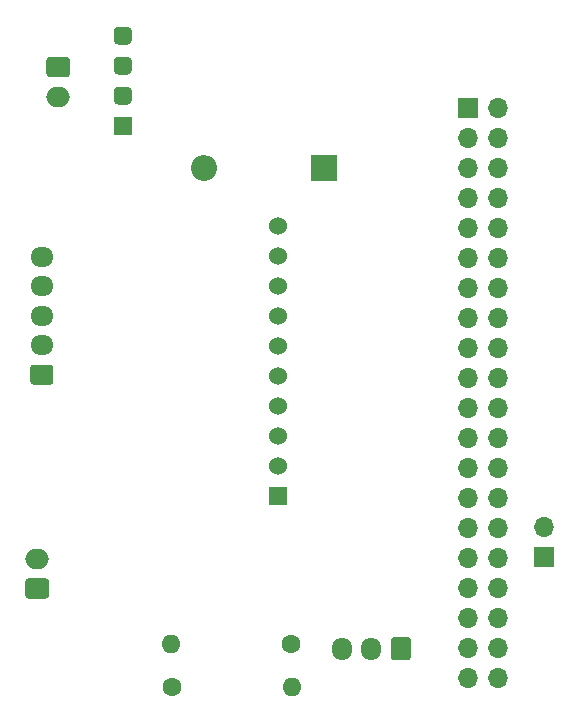
<source format=gbr>
%TF.GenerationSoftware,KiCad,Pcbnew,(5.1.8-0-10_14)*%
%TF.CreationDate,2022-01-03T16:00:17-05:00*%
%TF.ProjectId,PiHatPro,50694861-7450-4726-9f2e-6b696361645f,rev?*%
%TF.SameCoordinates,PX9b0780PY44cb540*%
%TF.FileFunction,Soldermask,Bot*%
%TF.FilePolarity,Negative*%
%FSLAX46Y46*%
G04 Gerber Fmt 4.6, Leading zero omitted, Abs format (unit mm)*
G04 Created by KiCad (PCBNEW (5.1.8-0-10_14)) date 2022-01-03 16:00:17*
%MOMM*%
%LPD*%
G01*
G04 APERTURE LIST*
%ADD10C,1.524000*%
%ADD11R,1.524000X1.524000*%
%ADD12O,1.950000X1.700000*%
%ADD13O,1.700000X1.700000*%
%ADD14R,1.700000X1.700000*%
%ADD15O,1.600000X1.600000*%
%ADD16C,1.600000*%
%ADD17O,1.700000X1.950000*%
%ADD18O,2.000000X1.700000*%
%ADD19O,2.200000X2.200000*%
%ADD20R,2.200000X2.200000*%
G04 APERTURE END LIST*
D10*
%TO.C,U2*%
X24700000Y41280000D03*
X24700000Y38740000D03*
X24700000Y36200000D03*
X24700000Y33660000D03*
X24700000Y31120000D03*
X24700000Y28580000D03*
X24700000Y26040000D03*
X24700000Y23500000D03*
X24700000Y20960000D03*
D11*
X24700000Y18420000D03*
%TD*%
D12*
%TO.C,J4*%
X4700000Y38700000D03*
X4700000Y36200000D03*
X4700000Y33700000D03*
X4700000Y31200000D03*
G36*
G01*
X5425000Y27850000D02*
X3975000Y27850000D01*
G75*
G02*
X3725000Y28100000I0J250000D01*
G01*
X3725000Y29300000D01*
G75*
G02*
X3975000Y29550000I250000J0D01*
G01*
X5425000Y29550000D01*
G75*
G02*
X5675000Y29300000I0J-250000D01*
G01*
X5675000Y28100000D01*
G75*
G02*
X5425000Y27850000I-250000J0D01*
G01*
G37*
%TD*%
D13*
%TO.C,J9*%
X47250000Y15790000D03*
D14*
X47250000Y13250000D03*
%TD*%
D15*
%TO.C,R2*%
X25860000Y2300000D03*
D16*
X15700000Y2300000D03*
%TD*%
D15*
%TO.C,R1*%
X15640000Y5900000D03*
D16*
X25800000Y5900000D03*
%TD*%
D17*
%TO.C,J5*%
X30100000Y5500000D03*
X32600000Y5500000D03*
G36*
G01*
X35950000Y6225000D02*
X35950000Y4775000D01*
G75*
G02*
X35700000Y4525000I-250000J0D01*
G01*
X34500000Y4525000D01*
G75*
G02*
X34250000Y4775000I0J250000D01*
G01*
X34250000Y6225000D01*
G75*
G02*
X34500000Y6475000I250000J0D01*
G01*
X35700000Y6475000D01*
G75*
G02*
X35950000Y6225000I0J-250000D01*
G01*
G37*
%TD*%
D13*
%TO.C,J1*%
X43290000Y2990000D03*
X40750000Y2990000D03*
X43290000Y5530000D03*
X40750000Y5530000D03*
X43290000Y8070000D03*
X40750000Y8070000D03*
X43290000Y10610000D03*
X40750000Y10610000D03*
X43290000Y13150000D03*
X40750000Y13150000D03*
X43290000Y15690000D03*
X40750000Y15690000D03*
X43290000Y18230000D03*
X40750000Y18230000D03*
X43290000Y20770000D03*
X40750000Y20770000D03*
X43290000Y23310000D03*
X40750000Y23310000D03*
X43290000Y25850000D03*
X40750000Y25850000D03*
X43290000Y28390000D03*
X40750000Y28390000D03*
X43290000Y30930000D03*
X40750000Y30930000D03*
X43290000Y33470000D03*
X40750000Y33470000D03*
X43290000Y36010000D03*
X40750000Y36010000D03*
X43290000Y38550000D03*
X40750000Y38550000D03*
X43290000Y41090000D03*
X40750000Y41090000D03*
X43290000Y43630000D03*
X40750000Y43630000D03*
X43290000Y46170000D03*
X40750000Y46170000D03*
X43290000Y48710000D03*
X40750000Y48710000D03*
X43290000Y51250000D03*
D14*
X40750000Y51250000D03*
%TD*%
D18*
%TO.C,J3*%
X4300000Y13100000D03*
G36*
G01*
X5050000Y9750000D02*
X3550000Y9750000D01*
G75*
G02*
X3300000Y10000000I0J250000D01*
G01*
X3300000Y11200000D01*
G75*
G02*
X3550000Y11450000I250000J0D01*
G01*
X5050000Y11450000D01*
G75*
G02*
X5300000Y11200000I0J-250000D01*
G01*
X5300000Y10000000D01*
G75*
G02*
X5050000Y9750000I-250000J0D01*
G01*
G37*
%TD*%
%TO.C,U1*%
G36*
G01*
X11931000Y56648000D02*
X11169000Y56648000D01*
G75*
G02*
X10788000Y57029000I0J381000D01*
G01*
X10788000Y57791000D01*
G75*
G02*
X11169000Y58172000I381000J0D01*
G01*
X11931000Y58172000D01*
G75*
G02*
X12312000Y57791000I0J-381000D01*
G01*
X12312000Y57029000D01*
G75*
G02*
X11931000Y56648000I-381000J0D01*
G01*
G37*
G36*
G01*
X11931000Y54108000D02*
X11169000Y54108000D01*
G75*
G02*
X10788000Y54489000I0J381000D01*
G01*
X10788000Y55251000D01*
G75*
G02*
X11169000Y55632000I381000J0D01*
G01*
X11931000Y55632000D01*
G75*
G02*
X12312000Y55251000I0J-381000D01*
G01*
X12312000Y54489000D01*
G75*
G02*
X11931000Y54108000I-381000J0D01*
G01*
G37*
G36*
G01*
X11931000Y51568000D02*
X11169000Y51568000D01*
G75*
G02*
X10788000Y51949000I0J381000D01*
G01*
X10788000Y52711000D01*
G75*
G02*
X11169000Y53092000I381000J0D01*
G01*
X11931000Y53092000D01*
G75*
G02*
X12312000Y52711000I0J-381000D01*
G01*
X12312000Y51949000D01*
G75*
G02*
X11931000Y51568000I-381000J0D01*
G01*
G37*
D11*
X11550000Y49790000D03*
%TD*%
D19*
%TO.C,D1*%
X18440000Y46200000D03*
D20*
X28600000Y46200000D03*
%TD*%
%TO.C,J2*%
G36*
G01*
X5334000Y55600000D02*
X6834000Y55600000D01*
G75*
G02*
X7084000Y55350000I0J-250000D01*
G01*
X7084000Y54150000D01*
G75*
G02*
X6834000Y53900000I-250000J0D01*
G01*
X5334000Y53900000D01*
G75*
G02*
X5084000Y54150000I0J250000D01*
G01*
X5084000Y55350000D01*
G75*
G02*
X5334000Y55600000I250000J0D01*
G01*
G37*
D18*
X6084000Y52250000D03*
%TD*%
M02*

</source>
